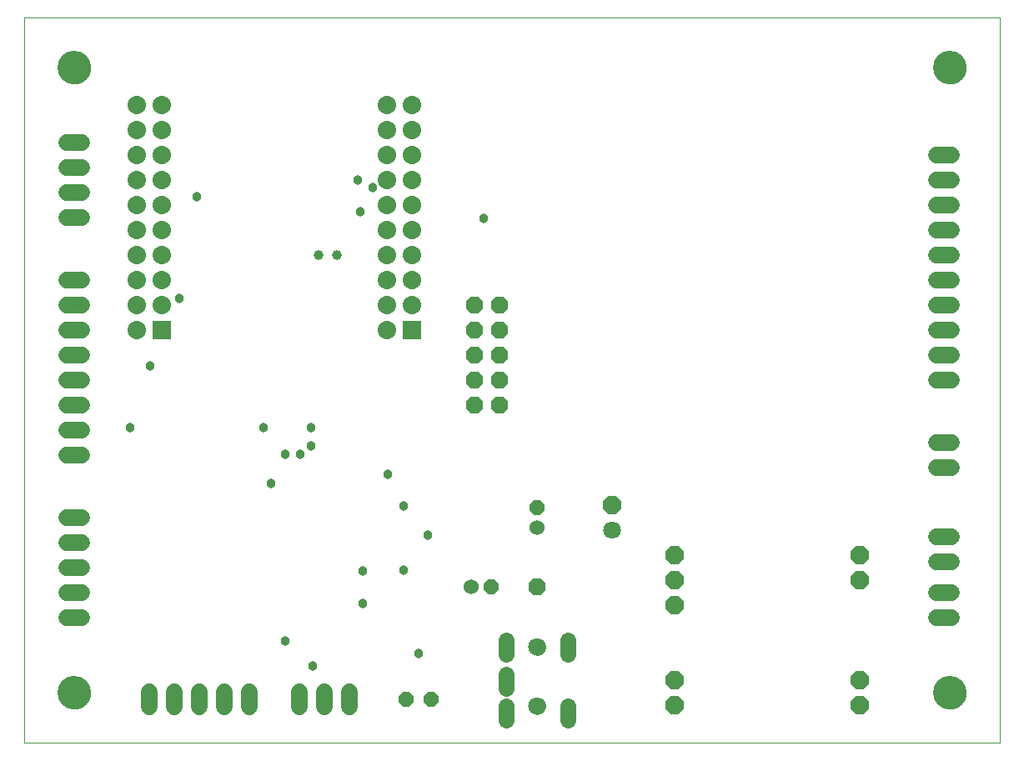
<source format=gbs>
G75*
%MOIN*%
%OFA0B0*%
%FSLAX25Y25*%
%IPPOS*%
%LPD*%
%AMOC8*
5,1,8,0,0,1.08239X$1,22.5*
%
%ADD10C,0.00000*%
%ADD11C,0.06800*%
%ADD12OC8,0.06800*%
%ADD13C,0.06737*%
%ADD14C,0.13398*%
%ADD15OC8,0.07100*%
%ADD16C,0.07100*%
%ADD17OC8,0.06000*%
%ADD18C,0.06000*%
%ADD19OC8,0.07099*%
%ADD20C,0.06400*%
%ADD21C,0.07099*%
%ADD22R,0.07355X0.07355*%
%ADD23C,0.07355*%
%ADD24C,0.03800*%
%ADD25C,0.03900*%
D10*
X0001500Y0001500D02*
X0001500Y0291500D01*
X0391500Y0291500D01*
X0391421Y0001500D01*
X0001500Y0001500D01*
X0015201Y0021500D02*
X0015203Y0021658D01*
X0015209Y0021816D01*
X0015219Y0021974D01*
X0015233Y0022132D01*
X0015251Y0022289D01*
X0015272Y0022446D01*
X0015298Y0022602D01*
X0015328Y0022758D01*
X0015361Y0022913D01*
X0015399Y0023066D01*
X0015440Y0023219D01*
X0015485Y0023371D01*
X0015534Y0023522D01*
X0015587Y0023671D01*
X0015643Y0023819D01*
X0015703Y0023965D01*
X0015767Y0024110D01*
X0015835Y0024253D01*
X0015906Y0024395D01*
X0015980Y0024535D01*
X0016058Y0024672D01*
X0016140Y0024808D01*
X0016224Y0024942D01*
X0016313Y0025073D01*
X0016404Y0025202D01*
X0016499Y0025329D01*
X0016596Y0025454D01*
X0016697Y0025576D01*
X0016801Y0025695D01*
X0016908Y0025812D01*
X0017018Y0025926D01*
X0017131Y0026037D01*
X0017246Y0026146D01*
X0017364Y0026251D01*
X0017485Y0026353D01*
X0017608Y0026453D01*
X0017734Y0026549D01*
X0017862Y0026642D01*
X0017992Y0026732D01*
X0018125Y0026818D01*
X0018260Y0026902D01*
X0018396Y0026981D01*
X0018535Y0027058D01*
X0018676Y0027130D01*
X0018818Y0027200D01*
X0018962Y0027265D01*
X0019108Y0027327D01*
X0019255Y0027385D01*
X0019404Y0027440D01*
X0019554Y0027491D01*
X0019705Y0027538D01*
X0019857Y0027581D01*
X0020010Y0027620D01*
X0020165Y0027656D01*
X0020320Y0027687D01*
X0020476Y0027715D01*
X0020632Y0027739D01*
X0020789Y0027759D01*
X0020947Y0027775D01*
X0021104Y0027787D01*
X0021263Y0027795D01*
X0021421Y0027799D01*
X0021579Y0027799D01*
X0021737Y0027795D01*
X0021896Y0027787D01*
X0022053Y0027775D01*
X0022211Y0027759D01*
X0022368Y0027739D01*
X0022524Y0027715D01*
X0022680Y0027687D01*
X0022835Y0027656D01*
X0022990Y0027620D01*
X0023143Y0027581D01*
X0023295Y0027538D01*
X0023446Y0027491D01*
X0023596Y0027440D01*
X0023745Y0027385D01*
X0023892Y0027327D01*
X0024038Y0027265D01*
X0024182Y0027200D01*
X0024324Y0027130D01*
X0024465Y0027058D01*
X0024604Y0026981D01*
X0024740Y0026902D01*
X0024875Y0026818D01*
X0025008Y0026732D01*
X0025138Y0026642D01*
X0025266Y0026549D01*
X0025392Y0026453D01*
X0025515Y0026353D01*
X0025636Y0026251D01*
X0025754Y0026146D01*
X0025869Y0026037D01*
X0025982Y0025926D01*
X0026092Y0025812D01*
X0026199Y0025695D01*
X0026303Y0025576D01*
X0026404Y0025454D01*
X0026501Y0025329D01*
X0026596Y0025202D01*
X0026687Y0025073D01*
X0026776Y0024942D01*
X0026860Y0024808D01*
X0026942Y0024672D01*
X0027020Y0024535D01*
X0027094Y0024395D01*
X0027165Y0024253D01*
X0027233Y0024110D01*
X0027297Y0023965D01*
X0027357Y0023819D01*
X0027413Y0023671D01*
X0027466Y0023522D01*
X0027515Y0023371D01*
X0027560Y0023219D01*
X0027601Y0023066D01*
X0027639Y0022913D01*
X0027672Y0022758D01*
X0027702Y0022602D01*
X0027728Y0022446D01*
X0027749Y0022289D01*
X0027767Y0022132D01*
X0027781Y0021974D01*
X0027791Y0021816D01*
X0027797Y0021658D01*
X0027799Y0021500D01*
X0027797Y0021342D01*
X0027791Y0021184D01*
X0027781Y0021026D01*
X0027767Y0020868D01*
X0027749Y0020711D01*
X0027728Y0020554D01*
X0027702Y0020398D01*
X0027672Y0020242D01*
X0027639Y0020087D01*
X0027601Y0019934D01*
X0027560Y0019781D01*
X0027515Y0019629D01*
X0027466Y0019478D01*
X0027413Y0019329D01*
X0027357Y0019181D01*
X0027297Y0019035D01*
X0027233Y0018890D01*
X0027165Y0018747D01*
X0027094Y0018605D01*
X0027020Y0018465D01*
X0026942Y0018328D01*
X0026860Y0018192D01*
X0026776Y0018058D01*
X0026687Y0017927D01*
X0026596Y0017798D01*
X0026501Y0017671D01*
X0026404Y0017546D01*
X0026303Y0017424D01*
X0026199Y0017305D01*
X0026092Y0017188D01*
X0025982Y0017074D01*
X0025869Y0016963D01*
X0025754Y0016854D01*
X0025636Y0016749D01*
X0025515Y0016647D01*
X0025392Y0016547D01*
X0025266Y0016451D01*
X0025138Y0016358D01*
X0025008Y0016268D01*
X0024875Y0016182D01*
X0024740Y0016098D01*
X0024604Y0016019D01*
X0024465Y0015942D01*
X0024324Y0015870D01*
X0024182Y0015800D01*
X0024038Y0015735D01*
X0023892Y0015673D01*
X0023745Y0015615D01*
X0023596Y0015560D01*
X0023446Y0015509D01*
X0023295Y0015462D01*
X0023143Y0015419D01*
X0022990Y0015380D01*
X0022835Y0015344D01*
X0022680Y0015313D01*
X0022524Y0015285D01*
X0022368Y0015261D01*
X0022211Y0015241D01*
X0022053Y0015225D01*
X0021896Y0015213D01*
X0021737Y0015205D01*
X0021579Y0015201D01*
X0021421Y0015201D01*
X0021263Y0015205D01*
X0021104Y0015213D01*
X0020947Y0015225D01*
X0020789Y0015241D01*
X0020632Y0015261D01*
X0020476Y0015285D01*
X0020320Y0015313D01*
X0020165Y0015344D01*
X0020010Y0015380D01*
X0019857Y0015419D01*
X0019705Y0015462D01*
X0019554Y0015509D01*
X0019404Y0015560D01*
X0019255Y0015615D01*
X0019108Y0015673D01*
X0018962Y0015735D01*
X0018818Y0015800D01*
X0018676Y0015870D01*
X0018535Y0015942D01*
X0018396Y0016019D01*
X0018260Y0016098D01*
X0018125Y0016182D01*
X0017992Y0016268D01*
X0017862Y0016358D01*
X0017734Y0016451D01*
X0017608Y0016547D01*
X0017485Y0016647D01*
X0017364Y0016749D01*
X0017246Y0016854D01*
X0017131Y0016963D01*
X0017018Y0017074D01*
X0016908Y0017188D01*
X0016801Y0017305D01*
X0016697Y0017424D01*
X0016596Y0017546D01*
X0016499Y0017671D01*
X0016404Y0017798D01*
X0016313Y0017927D01*
X0016224Y0018058D01*
X0016140Y0018192D01*
X0016058Y0018328D01*
X0015980Y0018465D01*
X0015906Y0018605D01*
X0015835Y0018747D01*
X0015767Y0018890D01*
X0015703Y0019035D01*
X0015643Y0019181D01*
X0015587Y0019329D01*
X0015534Y0019478D01*
X0015485Y0019629D01*
X0015440Y0019781D01*
X0015399Y0019934D01*
X0015361Y0020087D01*
X0015328Y0020242D01*
X0015298Y0020398D01*
X0015272Y0020554D01*
X0015251Y0020711D01*
X0015233Y0020868D01*
X0015219Y0021026D01*
X0015209Y0021184D01*
X0015203Y0021342D01*
X0015201Y0021500D01*
X0203350Y0016205D02*
X0203352Y0016317D01*
X0203358Y0016428D01*
X0203368Y0016540D01*
X0203382Y0016651D01*
X0203399Y0016761D01*
X0203421Y0016871D01*
X0203447Y0016980D01*
X0203476Y0017088D01*
X0203509Y0017194D01*
X0203546Y0017300D01*
X0203587Y0017404D01*
X0203632Y0017507D01*
X0203680Y0017608D01*
X0203731Y0017707D01*
X0203786Y0017804D01*
X0203845Y0017899D01*
X0203906Y0017993D01*
X0203971Y0018084D01*
X0204040Y0018172D01*
X0204111Y0018258D01*
X0204185Y0018342D01*
X0204263Y0018422D01*
X0204343Y0018500D01*
X0204426Y0018576D01*
X0204511Y0018648D01*
X0204599Y0018717D01*
X0204689Y0018783D01*
X0204782Y0018845D01*
X0204877Y0018905D01*
X0204974Y0018961D01*
X0205072Y0019013D01*
X0205173Y0019062D01*
X0205275Y0019107D01*
X0205379Y0019149D01*
X0205484Y0019187D01*
X0205591Y0019221D01*
X0205698Y0019251D01*
X0205807Y0019278D01*
X0205916Y0019300D01*
X0206027Y0019319D01*
X0206137Y0019334D01*
X0206249Y0019345D01*
X0206360Y0019352D01*
X0206472Y0019355D01*
X0206584Y0019354D01*
X0206696Y0019349D01*
X0206807Y0019340D01*
X0206918Y0019327D01*
X0207029Y0019310D01*
X0207139Y0019290D01*
X0207248Y0019265D01*
X0207356Y0019237D01*
X0207463Y0019204D01*
X0207569Y0019168D01*
X0207673Y0019128D01*
X0207776Y0019085D01*
X0207878Y0019038D01*
X0207977Y0018987D01*
X0208075Y0018933D01*
X0208171Y0018875D01*
X0208265Y0018814D01*
X0208356Y0018750D01*
X0208445Y0018683D01*
X0208532Y0018612D01*
X0208616Y0018538D01*
X0208698Y0018462D01*
X0208776Y0018382D01*
X0208852Y0018300D01*
X0208925Y0018215D01*
X0208995Y0018128D01*
X0209061Y0018038D01*
X0209125Y0017946D01*
X0209185Y0017852D01*
X0209242Y0017756D01*
X0209295Y0017657D01*
X0209345Y0017557D01*
X0209391Y0017456D01*
X0209434Y0017352D01*
X0209473Y0017247D01*
X0209508Y0017141D01*
X0209539Y0017034D01*
X0209567Y0016925D01*
X0209590Y0016816D01*
X0209610Y0016706D01*
X0209626Y0016595D01*
X0209638Y0016484D01*
X0209646Y0016373D01*
X0209650Y0016261D01*
X0209650Y0016149D01*
X0209646Y0016037D01*
X0209638Y0015926D01*
X0209626Y0015815D01*
X0209610Y0015704D01*
X0209590Y0015594D01*
X0209567Y0015485D01*
X0209539Y0015376D01*
X0209508Y0015269D01*
X0209473Y0015163D01*
X0209434Y0015058D01*
X0209391Y0014954D01*
X0209345Y0014853D01*
X0209295Y0014753D01*
X0209242Y0014654D01*
X0209185Y0014558D01*
X0209125Y0014464D01*
X0209061Y0014372D01*
X0208995Y0014282D01*
X0208925Y0014195D01*
X0208852Y0014110D01*
X0208776Y0014028D01*
X0208698Y0013948D01*
X0208616Y0013872D01*
X0208532Y0013798D01*
X0208445Y0013727D01*
X0208356Y0013660D01*
X0208265Y0013596D01*
X0208171Y0013535D01*
X0208075Y0013477D01*
X0207977Y0013423D01*
X0207878Y0013372D01*
X0207776Y0013325D01*
X0207673Y0013282D01*
X0207569Y0013242D01*
X0207463Y0013206D01*
X0207356Y0013173D01*
X0207248Y0013145D01*
X0207139Y0013120D01*
X0207029Y0013100D01*
X0206918Y0013083D01*
X0206807Y0013070D01*
X0206696Y0013061D01*
X0206584Y0013056D01*
X0206472Y0013055D01*
X0206360Y0013058D01*
X0206249Y0013065D01*
X0206137Y0013076D01*
X0206027Y0013091D01*
X0205916Y0013110D01*
X0205807Y0013132D01*
X0205698Y0013159D01*
X0205591Y0013189D01*
X0205484Y0013223D01*
X0205379Y0013261D01*
X0205275Y0013303D01*
X0205173Y0013348D01*
X0205072Y0013397D01*
X0204974Y0013449D01*
X0204877Y0013505D01*
X0204782Y0013565D01*
X0204689Y0013627D01*
X0204599Y0013693D01*
X0204511Y0013762D01*
X0204426Y0013834D01*
X0204343Y0013910D01*
X0204263Y0013988D01*
X0204185Y0014068D01*
X0204111Y0014152D01*
X0204040Y0014238D01*
X0203971Y0014326D01*
X0203906Y0014417D01*
X0203845Y0014511D01*
X0203786Y0014606D01*
X0203731Y0014703D01*
X0203680Y0014802D01*
X0203632Y0014903D01*
X0203587Y0015006D01*
X0203546Y0015110D01*
X0203509Y0015216D01*
X0203476Y0015322D01*
X0203447Y0015430D01*
X0203421Y0015539D01*
X0203399Y0015649D01*
X0203382Y0015759D01*
X0203368Y0015870D01*
X0203358Y0015982D01*
X0203352Y0016093D01*
X0203350Y0016205D01*
X0203350Y0039827D02*
X0203352Y0039939D01*
X0203358Y0040050D01*
X0203368Y0040162D01*
X0203382Y0040273D01*
X0203399Y0040383D01*
X0203421Y0040493D01*
X0203447Y0040602D01*
X0203476Y0040710D01*
X0203509Y0040816D01*
X0203546Y0040922D01*
X0203587Y0041026D01*
X0203632Y0041129D01*
X0203680Y0041230D01*
X0203731Y0041329D01*
X0203786Y0041426D01*
X0203845Y0041521D01*
X0203906Y0041615D01*
X0203971Y0041706D01*
X0204040Y0041794D01*
X0204111Y0041880D01*
X0204185Y0041964D01*
X0204263Y0042044D01*
X0204343Y0042122D01*
X0204426Y0042198D01*
X0204511Y0042270D01*
X0204599Y0042339D01*
X0204689Y0042405D01*
X0204782Y0042467D01*
X0204877Y0042527D01*
X0204974Y0042583D01*
X0205072Y0042635D01*
X0205173Y0042684D01*
X0205275Y0042729D01*
X0205379Y0042771D01*
X0205484Y0042809D01*
X0205591Y0042843D01*
X0205698Y0042873D01*
X0205807Y0042900D01*
X0205916Y0042922D01*
X0206027Y0042941D01*
X0206137Y0042956D01*
X0206249Y0042967D01*
X0206360Y0042974D01*
X0206472Y0042977D01*
X0206584Y0042976D01*
X0206696Y0042971D01*
X0206807Y0042962D01*
X0206918Y0042949D01*
X0207029Y0042932D01*
X0207139Y0042912D01*
X0207248Y0042887D01*
X0207356Y0042859D01*
X0207463Y0042826D01*
X0207569Y0042790D01*
X0207673Y0042750D01*
X0207776Y0042707D01*
X0207878Y0042660D01*
X0207977Y0042609D01*
X0208075Y0042555D01*
X0208171Y0042497D01*
X0208265Y0042436D01*
X0208356Y0042372D01*
X0208445Y0042305D01*
X0208532Y0042234D01*
X0208616Y0042160D01*
X0208698Y0042084D01*
X0208776Y0042004D01*
X0208852Y0041922D01*
X0208925Y0041837D01*
X0208995Y0041750D01*
X0209061Y0041660D01*
X0209125Y0041568D01*
X0209185Y0041474D01*
X0209242Y0041378D01*
X0209295Y0041279D01*
X0209345Y0041179D01*
X0209391Y0041078D01*
X0209434Y0040974D01*
X0209473Y0040869D01*
X0209508Y0040763D01*
X0209539Y0040656D01*
X0209567Y0040547D01*
X0209590Y0040438D01*
X0209610Y0040328D01*
X0209626Y0040217D01*
X0209638Y0040106D01*
X0209646Y0039995D01*
X0209650Y0039883D01*
X0209650Y0039771D01*
X0209646Y0039659D01*
X0209638Y0039548D01*
X0209626Y0039437D01*
X0209610Y0039326D01*
X0209590Y0039216D01*
X0209567Y0039107D01*
X0209539Y0038998D01*
X0209508Y0038891D01*
X0209473Y0038785D01*
X0209434Y0038680D01*
X0209391Y0038576D01*
X0209345Y0038475D01*
X0209295Y0038375D01*
X0209242Y0038276D01*
X0209185Y0038180D01*
X0209125Y0038086D01*
X0209061Y0037994D01*
X0208995Y0037904D01*
X0208925Y0037817D01*
X0208852Y0037732D01*
X0208776Y0037650D01*
X0208698Y0037570D01*
X0208616Y0037494D01*
X0208532Y0037420D01*
X0208445Y0037349D01*
X0208356Y0037282D01*
X0208265Y0037218D01*
X0208171Y0037157D01*
X0208075Y0037099D01*
X0207977Y0037045D01*
X0207878Y0036994D01*
X0207776Y0036947D01*
X0207673Y0036904D01*
X0207569Y0036864D01*
X0207463Y0036828D01*
X0207356Y0036795D01*
X0207248Y0036767D01*
X0207139Y0036742D01*
X0207029Y0036722D01*
X0206918Y0036705D01*
X0206807Y0036692D01*
X0206696Y0036683D01*
X0206584Y0036678D01*
X0206472Y0036677D01*
X0206360Y0036680D01*
X0206249Y0036687D01*
X0206137Y0036698D01*
X0206027Y0036713D01*
X0205916Y0036732D01*
X0205807Y0036754D01*
X0205698Y0036781D01*
X0205591Y0036811D01*
X0205484Y0036845D01*
X0205379Y0036883D01*
X0205275Y0036925D01*
X0205173Y0036970D01*
X0205072Y0037019D01*
X0204974Y0037071D01*
X0204877Y0037127D01*
X0204782Y0037187D01*
X0204689Y0037249D01*
X0204599Y0037315D01*
X0204511Y0037384D01*
X0204426Y0037456D01*
X0204343Y0037532D01*
X0204263Y0037610D01*
X0204185Y0037690D01*
X0204111Y0037774D01*
X0204040Y0037860D01*
X0203971Y0037948D01*
X0203906Y0038039D01*
X0203845Y0038133D01*
X0203786Y0038228D01*
X0203731Y0038325D01*
X0203680Y0038424D01*
X0203632Y0038525D01*
X0203587Y0038628D01*
X0203546Y0038732D01*
X0203509Y0038838D01*
X0203476Y0038944D01*
X0203447Y0039052D01*
X0203421Y0039161D01*
X0203399Y0039271D01*
X0203382Y0039381D01*
X0203368Y0039492D01*
X0203358Y0039604D01*
X0203352Y0039715D01*
X0203350Y0039827D01*
X0365201Y0021500D02*
X0365203Y0021658D01*
X0365209Y0021816D01*
X0365219Y0021974D01*
X0365233Y0022132D01*
X0365251Y0022289D01*
X0365272Y0022446D01*
X0365298Y0022602D01*
X0365328Y0022758D01*
X0365361Y0022913D01*
X0365399Y0023066D01*
X0365440Y0023219D01*
X0365485Y0023371D01*
X0365534Y0023522D01*
X0365587Y0023671D01*
X0365643Y0023819D01*
X0365703Y0023965D01*
X0365767Y0024110D01*
X0365835Y0024253D01*
X0365906Y0024395D01*
X0365980Y0024535D01*
X0366058Y0024672D01*
X0366140Y0024808D01*
X0366224Y0024942D01*
X0366313Y0025073D01*
X0366404Y0025202D01*
X0366499Y0025329D01*
X0366596Y0025454D01*
X0366697Y0025576D01*
X0366801Y0025695D01*
X0366908Y0025812D01*
X0367018Y0025926D01*
X0367131Y0026037D01*
X0367246Y0026146D01*
X0367364Y0026251D01*
X0367485Y0026353D01*
X0367608Y0026453D01*
X0367734Y0026549D01*
X0367862Y0026642D01*
X0367992Y0026732D01*
X0368125Y0026818D01*
X0368260Y0026902D01*
X0368396Y0026981D01*
X0368535Y0027058D01*
X0368676Y0027130D01*
X0368818Y0027200D01*
X0368962Y0027265D01*
X0369108Y0027327D01*
X0369255Y0027385D01*
X0369404Y0027440D01*
X0369554Y0027491D01*
X0369705Y0027538D01*
X0369857Y0027581D01*
X0370010Y0027620D01*
X0370165Y0027656D01*
X0370320Y0027687D01*
X0370476Y0027715D01*
X0370632Y0027739D01*
X0370789Y0027759D01*
X0370947Y0027775D01*
X0371104Y0027787D01*
X0371263Y0027795D01*
X0371421Y0027799D01*
X0371579Y0027799D01*
X0371737Y0027795D01*
X0371896Y0027787D01*
X0372053Y0027775D01*
X0372211Y0027759D01*
X0372368Y0027739D01*
X0372524Y0027715D01*
X0372680Y0027687D01*
X0372835Y0027656D01*
X0372990Y0027620D01*
X0373143Y0027581D01*
X0373295Y0027538D01*
X0373446Y0027491D01*
X0373596Y0027440D01*
X0373745Y0027385D01*
X0373892Y0027327D01*
X0374038Y0027265D01*
X0374182Y0027200D01*
X0374324Y0027130D01*
X0374465Y0027058D01*
X0374604Y0026981D01*
X0374740Y0026902D01*
X0374875Y0026818D01*
X0375008Y0026732D01*
X0375138Y0026642D01*
X0375266Y0026549D01*
X0375392Y0026453D01*
X0375515Y0026353D01*
X0375636Y0026251D01*
X0375754Y0026146D01*
X0375869Y0026037D01*
X0375982Y0025926D01*
X0376092Y0025812D01*
X0376199Y0025695D01*
X0376303Y0025576D01*
X0376404Y0025454D01*
X0376501Y0025329D01*
X0376596Y0025202D01*
X0376687Y0025073D01*
X0376776Y0024942D01*
X0376860Y0024808D01*
X0376942Y0024672D01*
X0377020Y0024535D01*
X0377094Y0024395D01*
X0377165Y0024253D01*
X0377233Y0024110D01*
X0377297Y0023965D01*
X0377357Y0023819D01*
X0377413Y0023671D01*
X0377466Y0023522D01*
X0377515Y0023371D01*
X0377560Y0023219D01*
X0377601Y0023066D01*
X0377639Y0022913D01*
X0377672Y0022758D01*
X0377702Y0022602D01*
X0377728Y0022446D01*
X0377749Y0022289D01*
X0377767Y0022132D01*
X0377781Y0021974D01*
X0377791Y0021816D01*
X0377797Y0021658D01*
X0377799Y0021500D01*
X0377797Y0021342D01*
X0377791Y0021184D01*
X0377781Y0021026D01*
X0377767Y0020868D01*
X0377749Y0020711D01*
X0377728Y0020554D01*
X0377702Y0020398D01*
X0377672Y0020242D01*
X0377639Y0020087D01*
X0377601Y0019934D01*
X0377560Y0019781D01*
X0377515Y0019629D01*
X0377466Y0019478D01*
X0377413Y0019329D01*
X0377357Y0019181D01*
X0377297Y0019035D01*
X0377233Y0018890D01*
X0377165Y0018747D01*
X0377094Y0018605D01*
X0377020Y0018465D01*
X0376942Y0018328D01*
X0376860Y0018192D01*
X0376776Y0018058D01*
X0376687Y0017927D01*
X0376596Y0017798D01*
X0376501Y0017671D01*
X0376404Y0017546D01*
X0376303Y0017424D01*
X0376199Y0017305D01*
X0376092Y0017188D01*
X0375982Y0017074D01*
X0375869Y0016963D01*
X0375754Y0016854D01*
X0375636Y0016749D01*
X0375515Y0016647D01*
X0375392Y0016547D01*
X0375266Y0016451D01*
X0375138Y0016358D01*
X0375008Y0016268D01*
X0374875Y0016182D01*
X0374740Y0016098D01*
X0374604Y0016019D01*
X0374465Y0015942D01*
X0374324Y0015870D01*
X0374182Y0015800D01*
X0374038Y0015735D01*
X0373892Y0015673D01*
X0373745Y0015615D01*
X0373596Y0015560D01*
X0373446Y0015509D01*
X0373295Y0015462D01*
X0373143Y0015419D01*
X0372990Y0015380D01*
X0372835Y0015344D01*
X0372680Y0015313D01*
X0372524Y0015285D01*
X0372368Y0015261D01*
X0372211Y0015241D01*
X0372053Y0015225D01*
X0371896Y0015213D01*
X0371737Y0015205D01*
X0371579Y0015201D01*
X0371421Y0015201D01*
X0371263Y0015205D01*
X0371104Y0015213D01*
X0370947Y0015225D01*
X0370789Y0015241D01*
X0370632Y0015261D01*
X0370476Y0015285D01*
X0370320Y0015313D01*
X0370165Y0015344D01*
X0370010Y0015380D01*
X0369857Y0015419D01*
X0369705Y0015462D01*
X0369554Y0015509D01*
X0369404Y0015560D01*
X0369255Y0015615D01*
X0369108Y0015673D01*
X0368962Y0015735D01*
X0368818Y0015800D01*
X0368676Y0015870D01*
X0368535Y0015942D01*
X0368396Y0016019D01*
X0368260Y0016098D01*
X0368125Y0016182D01*
X0367992Y0016268D01*
X0367862Y0016358D01*
X0367734Y0016451D01*
X0367608Y0016547D01*
X0367485Y0016647D01*
X0367364Y0016749D01*
X0367246Y0016854D01*
X0367131Y0016963D01*
X0367018Y0017074D01*
X0366908Y0017188D01*
X0366801Y0017305D01*
X0366697Y0017424D01*
X0366596Y0017546D01*
X0366499Y0017671D01*
X0366404Y0017798D01*
X0366313Y0017927D01*
X0366224Y0018058D01*
X0366140Y0018192D01*
X0366058Y0018328D01*
X0365980Y0018465D01*
X0365906Y0018605D01*
X0365835Y0018747D01*
X0365767Y0018890D01*
X0365703Y0019035D01*
X0365643Y0019181D01*
X0365587Y0019329D01*
X0365534Y0019478D01*
X0365485Y0019629D01*
X0365440Y0019781D01*
X0365399Y0019934D01*
X0365361Y0020087D01*
X0365328Y0020242D01*
X0365298Y0020398D01*
X0365272Y0020554D01*
X0365251Y0020711D01*
X0365233Y0020868D01*
X0365219Y0021026D01*
X0365209Y0021184D01*
X0365203Y0021342D01*
X0365201Y0021500D01*
X0365201Y0271500D02*
X0365203Y0271658D01*
X0365209Y0271816D01*
X0365219Y0271974D01*
X0365233Y0272132D01*
X0365251Y0272289D01*
X0365272Y0272446D01*
X0365298Y0272602D01*
X0365328Y0272758D01*
X0365361Y0272913D01*
X0365399Y0273066D01*
X0365440Y0273219D01*
X0365485Y0273371D01*
X0365534Y0273522D01*
X0365587Y0273671D01*
X0365643Y0273819D01*
X0365703Y0273965D01*
X0365767Y0274110D01*
X0365835Y0274253D01*
X0365906Y0274395D01*
X0365980Y0274535D01*
X0366058Y0274672D01*
X0366140Y0274808D01*
X0366224Y0274942D01*
X0366313Y0275073D01*
X0366404Y0275202D01*
X0366499Y0275329D01*
X0366596Y0275454D01*
X0366697Y0275576D01*
X0366801Y0275695D01*
X0366908Y0275812D01*
X0367018Y0275926D01*
X0367131Y0276037D01*
X0367246Y0276146D01*
X0367364Y0276251D01*
X0367485Y0276353D01*
X0367608Y0276453D01*
X0367734Y0276549D01*
X0367862Y0276642D01*
X0367992Y0276732D01*
X0368125Y0276818D01*
X0368260Y0276902D01*
X0368396Y0276981D01*
X0368535Y0277058D01*
X0368676Y0277130D01*
X0368818Y0277200D01*
X0368962Y0277265D01*
X0369108Y0277327D01*
X0369255Y0277385D01*
X0369404Y0277440D01*
X0369554Y0277491D01*
X0369705Y0277538D01*
X0369857Y0277581D01*
X0370010Y0277620D01*
X0370165Y0277656D01*
X0370320Y0277687D01*
X0370476Y0277715D01*
X0370632Y0277739D01*
X0370789Y0277759D01*
X0370947Y0277775D01*
X0371104Y0277787D01*
X0371263Y0277795D01*
X0371421Y0277799D01*
X0371579Y0277799D01*
X0371737Y0277795D01*
X0371896Y0277787D01*
X0372053Y0277775D01*
X0372211Y0277759D01*
X0372368Y0277739D01*
X0372524Y0277715D01*
X0372680Y0277687D01*
X0372835Y0277656D01*
X0372990Y0277620D01*
X0373143Y0277581D01*
X0373295Y0277538D01*
X0373446Y0277491D01*
X0373596Y0277440D01*
X0373745Y0277385D01*
X0373892Y0277327D01*
X0374038Y0277265D01*
X0374182Y0277200D01*
X0374324Y0277130D01*
X0374465Y0277058D01*
X0374604Y0276981D01*
X0374740Y0276902D01*
X0374875Y0276818D01*
X0375008Y0276732D01*
X0375138Y0276642D01*
X0375266Y0276549D01*
X0375392Y0276453D01*
X0375515Y0276353D01*
X0375636Y0276251D01*
X0375754Y0276146D01*
X0375869Y0276037D01*
X0375982Y0275926D01*
X0376092Y0275812D01*
X0376199Y0275695D01*
X0376303Y0275576D01*
X0376404Y0275454D01*
X0376501Y0275329D01*
X0376596Y0275202D01*
X0376687Y0275073D01*
X0376776Y0274942D01*
X0376860Y0274808D01*
X0376942Y0274672D01*
X0377020Y0274535D01*
X0377094Y0274395D01*
X0377165Y0274253D01*
X0377233Y0274110D01*
X0377297Y0273965D01*
X0377357Y0273819D01*
X0377413Y0273671D01*
X0377466Y0273522D01*
X0377515Y0273371D01*
X0377560Y0273219D01*
X0377601Y0273066D01*
X0377639Y0272913D01*
X0377672Y0272758D01*
X0377702Y0272602D01*
X0377728Y0272446D01*
X0377749Y0272289D01*
X0377767Y0272132D01*
X0377781Y0271974D01*
X0377791Y0271816D01*
X0377797Y0271658D01*
X0377799Y0271500D01*
X0377797Y0271342D01*
X0377791Y0271184D01*
X0377781Y0271026D01*
X0377767Y0270868D01*
X0377749Y0270711D01*
X0377728Y0270554D01*
X0377702Y0270398D01*
X0377672Y0270242D01*
X0377639Y0270087D01*
X0377601Y0269934D01*
X0377560Y0269781D01*
X0377515Y0269629D01*
X0377466Y0269478D01*
X0377413Y0269329D01*
X0377357Y0269181D01*
X0377297Y0269035D01*
X0377233Y0268890D01*
X0377165Y0268747D01*
X0377094Y0268605D01*
X0377020Y0268465D01*
X0376942Y0268328D01*
X0376860Y0268192D01*
X0376776Y0268058D01*
X0376687Y0267927D01*
X0376596Y0267798D01*
X0376501Y0267671D01*
X0376404Y0267546D01*
X0376303Y0267424D01*
X0376199Y0267305D01*
X0376092Y0267188D01*
X0375982Y0267074D01*
X0375869Y0266963D01*
X0375754Y0266854D01*
X0375636Y0266749D01*
X0375515Y0266647D01*
X0375392Y0266547D01*
X0375266Y0266451D01*
X0375138Y0266358D01*
X0375008Y0266268D01*
X0374875Y0266182D01*
X0374740Y0266098D01*
X0374604Y0266019D01*
X0374465Y0265942D01*
X0374324Y0265870D01*
X0374182Y0265800D01*
X0374038Y0265735D01*
X0373892Y0265673D01*
X0373745Y0265615D01*
X0373596Y0265560D01*
X0373446Y0265509D01*
X0373295Y0265462D01*
X0373143Y0265419D01*
X0372990Y0265380D01*
X0372835Y0265344D01*
X0372680Y0265313D01*
X0372524Y0265285D01*
X0372368Y0265261D01*
X0372211Y0265241D01*
X0372053Y0265225D01*
X0371896Y0265213D01*
X0371737Y0265205D01*
X0371579Y0265201D01*
X0371421Y0265201D01*
X0371263Y0265205D01*
X0371104Y0265213D01*
X0370947Y0265225D01*
X0370789Y0265241D01*
X0370632Y0265261D01*
X0370476Y0265285D01*
X0370320Y0265313D01*
X0370165Y0265344D01*
X0370010Y0265380D01*
X0369857Y0265419D01*
X0369705Y0265462D01*
X0369554Y0265509D01*
X0369404Y0265560D01*
X0369255Y0265615D01*
X0369108Y0265673D01*
X0368962Y0265735D01*
X0368818Y0265800D01*
X0368676Y0265870D01*
X0368535Y0265942D01*
X0368396Y0266019D01*
X0368260Y0266098D01*
X0368125Y0266182D01*
X0367992Y0266268D01*
X0367862Y0266358D01*
X0367734Y0266451D01*
X0367608Y0266547D01*
X0367485Y0266647D01*
X0367364Y0266749D01*
X0367246Y0266854D01*
X0367131Y0266963D01*
X0367018Y0267074D01*
X0366908Y0267188D01*
X0366801Y0267305D01*
X0366697Y0267424D01*
X0366596Y0267546D01*
X0366499Y0267671D01*
X0366404Y0267798D01*
X0366313Y0267927D01*
X0366224Y0268058D01*
X0366140Y0268192D01*
X0366058Y0268328D01*
X0365980Y0268465D01*
X0365906Y0268605D01*
X0365835Y0268747D01*
X0365767Y0268890D01*
X0365703Y0269035D01*
X0365643Y0269181D01*
X0365587Y0269329D01*
X0365534Y0269478D01*
X0365485Y0269629D01*
X0365440Y0269781D01*
X0365399Y0269934D01*
X0365361Y0270087D01*
X0365328Y0270242D01*
X0365298Y0270398D01*
X0365272Y0270554D01*
X0365251Y0270711D01*
X0365233Y0270868D01*
X0365219Y0271026D01*
X0365209Y0271184D01*
X0365203Y0271342D01*
X0365201Y0271500D01*
X0015201Y0271500D02*
X0015203Y0271658D01*
X0015209Y0271816D01*
X0015219Y0271974D01*
X0015233Y0272132D01*
X0015251Y0272289D01*
X0015272Y0272446D01*
X0015298Y0272602D01*
X0015328Y0272758D01*
X0015361Y0272913D01*
X0015399Y0273066D01*
X0015440Y0273219D01*
X0015485Y0273371D01*
X0015534Y0273522D01*
X0015587Y0273671D01*
X0015643Y0273819D01*
X0015703Y0273965D01*
X0015767Y0274110D01*
X0015835Y0274253D01*
X0015906Y0274395D01*
X0015980Y0274535D01*
X0016058Y0274672D01*
X0016140Y0274808D01*
X0016224Y0274942D01*
X0016313Y0275073D01*
X0016404Y0275202D01*
X0016499Y0275329D01*
X0016596Y0275454D01*
X0016697Y0275576D01*
X0016801Y0275695D01*
X0016908Y0275812D01*
X0017018Y0275926D01*
X0017131Y0276037D01*
X0017246Y0276146D01*
X0017364Y0276251D01*
X0017485Y0276353D01*
X0017608Y0276453D01*
X0017734Y0276549D01*
X0017862Y0276642D01*
X0017992Y0276732D01*
X0018125Y0276818D01*
X0018260Y0276902D01*
X0018396Y0276981D01*
X0018535Y0277058D01*
X0018676Y0277130D01*
X0018818Y0277200D01*
X0018962Y0277265D01*
X0019108Y0277327D01*
X0019255Y0277385D01*
X0019404Y0277440D01*
X0019554Y0277491D01*
X0019705Y0277538D01*
X0019857Y0277581D01*
X0020010Y0277620D01*
X0020165Y0277656D01*
X0020320Y0277687D01*
X0020476Y0277715D01*
X0020632Y0277739D01*
X0020789Y0277759D01*
X0020947Y0277775D01*
X0021104Y0277787D01*
X0021263Y0277795D01*
X0021421Y0277799D01*
X0021579Y0277799D01*
X0021737Y0277795D01*
X0021896Y0277787D01*
X0022053Y0277775D01*
X0022211Y0277759D01*
X0022368Y0277739D01*
X0022524Y0277715D01*
X0022680Y0277687D01*
X0022835Y0277656D01*
X0022990Y0277620D01*
X0023143Y0277581D01*
X0023295Y0277538D01*
X0023446Y0277491D01*
X0023596Y0277440D01*
X0023745Y0277385D01*
X0023892Y0277327D01*
X0024038Y0277265D01*
X0024182Y0277200D01*
X0024324Y0277130D01*
X0024465Y0277058D01*
X0024604Y0276981D01*
X0024740Y0276902D01*
X0024875Y0276818D01*
X0025008Y0276732D01*
X0025138Y0276642D01*
X0025266Y0276549D01*
X0025392Y0276453D01*
X0025515Y0276353D01*
X0025636Y0276251D01*
X0025754Y0276146D01*
X0025869Y0276037D01*
X0025982Y0275926D01*
X0026092Y0275812D01*
X0026199Y0275695D01*
X0026303Y0275576D01*
X0026404Y0275454D01*
X0026501Y0275329D01*
X0026596Y0275202D01*
X0026687Y0275073D01*
X0026776Y0274942D01*
X0026860Y0274808D01*
X0026942Y0274672D01*
X0027020Y0274535D01*
X0027094Y0274395D01*
X0027165Y0274253D01*
X0027233Y0274110D01*
X0027297Y0273965D01*
X0027357Y0273819D01*
X0027413Y0273671D01*
X0027466Y0273522D01*
X0027515Y0273371D01*
X0027560Y0273219D01*
X0027601Y0273066D01*
X0027639Y0272913D01*
X0027672Y0272758D01*
X0027702Y0272602D01*
X0027728Y0272446D01*
X0027749Y0272289D01*
X0027767Y0272132D01*
X0027781Y0271974D01*
X0027791Y0271816D01*
X0027797Y0271658D01*
X0027799Y0271500D01*
X0027797Y0271342D01*
X0027791Y0271184D01*
X0027781Y0271026D01*
X0027767Y0270868D01*
X0027749Y0270711D01*
X0027728Y0270554D01*
X0027702Y0270398D01*
X0027672Y0270242D01*
X0027639Y0270087D01*
X0027601Y0269934D01*
X0027560Y0269781D01*
X0027515Y0269629D01*
X0027466Y0269478D01*
X0027413Y0269329D01*
X0027357Y0269181D01*
X0027297Y0269035D01*
X0027233Y0268890D01*
X0027165Y0268747D01*
X0027094Y0268605D01*
X0027020Y0268465D01*
X0026942Y0268328D01*
X0026860Y0268192D01*
X0026776Y0268058D01*
X0026687Y0267927D01*
X0026596Y0267798D01*
X0026501Y0267671D01*
X0026404Y0267546D01*
X0026303Y0267424D01*
X0026199Y0267305D01*
X0026092Y0267188D01*
X0025982Y0267074D01*
X0025869Y0266963D01*
X0025754Y0266854D01*
X0025636Y0266749D01*
X0025515Y0266647D01*
X0025392Y0266547D01*
X0025266Y0266451D01*
X0025138Y0266358D01*
X0025008Y0266268D01*
X0024875Y0266182D01*
X0024740Y0266098D01*
X0024604Y0266019D01*
X0024465Y0265942D01*
X0024324Y0265870D01*
X0024182Y0265800D01*
X0024038Y0265735D01*
X0023892Y0265673D01*
X0023745Y0265615D01*
X0023596Y0265560D01*
X0023446Y0265509D01*
X0023295Y0265462D01*
X0023143Y0265419D01*
X0022990Y0265380D01*
X0022835Y0265344D01*
X0022680Y0265313D01*
X0022524Y0265285D01*
X0022368Y0265261D01*
X0022211Y0265241D01*
X0022053Y0265225D01*
X0021896Y0265213D01*
X0021737Y0265205D01*
X0021579Y0265201D01*
X0021421Y0265201D01*
X0021263Y0265205D01*
X0021104Y0265213D01*
X0020947Y0265225D01*
X0020789Y0265241D01*
X0020632Y0265261D01*
X0020476Y0265285D01*
X0020320Y0265313D01*
X0020165Y0265344D01*
X0020010Y0265380D01*
X0019857Y0265419D01*
X0019705Y0265462D01*
X0019554Y0265509D01*
X0019404Y0265560D01*
X0019255Y0265615D01*
X0019108Y0265673D01*
X0018962Y0265735D01*
X0018818Y0265800D01*
X0018676Y0265870D01*
X0018535Y0265942D01*
X0018396Y0266019D01*
X0018260Y0266098D01*
X0018125Y0266182D01*
X0017992Y0266268D01*
X0017862Y0266358D01*
X0017734Y0266451D01*
X0017608Y0266547D01*
X0017485Y0266647D01*
X0017364Y0266749D01*
X0017246Y0266854D01*
X0017131Y0266963D01*
X0017018Y0267074D01*
X0016908Y0267188D01*
X0016801Y0267305D01*
X0016697Y0267424D01*
X0016596Y0267546D01*
X0016499Y0267671D01*
X0016404Y0267798D01*
X0016313Y0267927D01*
X0016224Y0268058D01*
X0016140Y0268192D01*
X0016058Y0268328D01*
X0015980Y0268465D01*
X0015906Y0268605D01*
X0015835Y0268747D01*
X0015767Y0268890D01*
X0015703Y0269035D01*
X0015643Y0269181D01*
X0015587Y0269329D01*
X0015534Y0269478D01*
X0015485Y0269629D01*
X0015440Y0269781D01*
X0015399Y0269934D01*
X0015361Y0270087D01*
X0015328Y0270242D01*
X0015298Y0270398D01*
X0015272Y0270554D01*
X0015251Y0270711D01*
X0015233Y0270868D01*
X0015219Y0271026D01*
X0015209Y0271184D01*
X0015203Y0271342D01*
X0015201Y0271500D01*
D11*
X0018500Y0241500D02*
X0024500Y0241500D01*
X0024500Y0231500D02*
X0018500Y0231500D01*
X0018500Y0221500D02*
X0024500Y0221500D01*
X0024500Y0211500D02*
X0018500Y0211500D01*
X0018500Y0186500D02*
X0024500Y0186500D01*
X0024500Y0176500D02*
X0018500Y0176500D01*
X0018500Y0166500D02*
X0024500Y0166500D01*
X0024500Y0156500D02*
X0018500Y0156500D01*
X0018500Y0146500D02*
X0024500Y0146500D01*
X0024500Y0136500D02*
X0018500Y0136500D01*
X0018500Y0126500D02*
X0024500Y0126500D01*
X0024500Y0116500D02*
X0018500Y0116500D01*
X0018500Y0091500D02*
X0024500Y0091500D01*
X0024500Y0081500D02*
X0018500Y0081500D01*
X0018500Y0071500D02*
X0024500Y0071500D01*
X0024500Y0061500D02*
X0018500Y0061500D01*
X0018500Y0051500D02*
X0024500Y0051500D01*
X0051500Y0022000D02*
X0051500Y0016000D01*
X0061500Y0016000D02*
X0061500Y0022000D01*
X0071500Y0022000D02*
X0071500Y0016000D01*
X0081500Y0016000D02*
X0081500Y0022000D01*
X0091500Y0022000D02*
X0091500Y0016000D01*
X0111500Y0016000D02*
X0111500Y0022000D01*
X0121500Y0022000D02*
X0121500Y0016000D01*
X0131500Y0016000D02*
X0131500Y0022000D01*
X0366000Y0146500D02*
X0372000Y0146500D01*
X0372000Y0156500D02*
X0366000Y0156500D01*
X0366000Y0166500D02*
X0372000Y0166500D01*
X0372000Y0176500D02*
X0366000Y0176500D01*
X0366000Y0186500D02*
X0372000Y0186500D01*
X0372000Y0196500D02*
X0366000Y0196500D01*
X0366000Y0206500D02*
X0372000Y0206500D01*
X0372000Y0216500D02*
X0366000Y0216500D01*
X0366000Y0226500D02*
X0372000Y0226500D01*
X0372000Y0236500D02*
X0366000Y0236500D01*
D12*
X0191500Y0176500D03*
X0181500Y0176500D03*
X0181500Y0166500D03*
X0191500Y0166500D03*
X0191500Y0156500D03*
X0181500Y0156500D03*
X0181500Y0146500D03*
X0191500Y0146500D03*
X0191500Y0136500D03*
X0181500Y0136500D03*
X0206500Y0064000D03*
D13*
X0366031Y0061500D02*
X0371969Y0061500D01*
X0371969Y0051500D02*
X0366031Y0051500D01*
X0366031Y0074000D02*
X0371969Y0074000D01*
X0371969Y0084000D02*
X0366031Y0084000D01*
X0366031Y0111500D02*
X0371969Y0111500D01*
X0371969Y0121500D02*
X0366031Y0121500D01*
D14*
X0371500Y0021500D03*
X0371500Y0271500D03*
X0021500Y0271500D03*
X0021500Y0021500D03*
D15*
X0236500Y0096500D03*
D16*
X0236500Y0086500D03*
D17*
X0206500Y0095500D03*
X0188000Y0064000D03*
X0164000Y0019000D03*
X0154000Y0019000D03*
D18*
X0180000Y0064000D03*
X0206500Y0087500D03*
D19*
X0261500Y0076500D03*
X0261500Y0066500D03*
X0261500Y0056500D03*
X0261500Y0026500D03*
X0261500Y0016500D03*
X0335250Y0016500D03*
X0335250Y0026500D03*
X0335250Y0066500D03*
X0335250Y0076500D03*
D20*
X0218902Y0042627D02*
X0218902Y0037027D01*
X0194098Y0037027D02*
X0194098Y0042627D01*
X0194098Y0028847D02*
X0194098Y0023247D01*
X0194098Y0016249D02*
X0194098Y0010649D01*
X0218902Y0010649D02*
X0218902Y0016249D01*
D21*
X0206500Y0016205D03*
X0206500Y0039827D03*
D22*
X0156500Y0166500D03*
X0056500Y0166500D03*
D23*
X0046500Y0166500D03*
X0046500Y0176500D03*
X0046500Y0186500D03*
X0056500Y0186500D03*
X0056500Y0176500D03*
X0056500Y0196500D03*
X0056500Y0206500D03*
X0056500Y0216500D03*
X0046500Y0216500D03*
X0046500Y0206500D03*
X0046500Y0196500D03*
X0046500Y0226500D03*
X0046500Y0236500D03*
X0056500Y0236500D03*
X0056500Y0226500D03*
X0056500Y0246500D03*
X0056500Y0256500D03*
X0046500Y0256500D03*
X0046500Y0246500D03*
X0146500Y0246500D03*
X0156500Y0246500D03*
X0156500Y0256500D03*
X0146500Y0256500D03*
X0146500Y0236500D03*
X0156500Y0236500D03*
X0156500Y0226500D03*
X0146500Y0226500D03*
X0146500Y0216500D03*
X0156500Y0216500D03*
X0156500Y0206500D03*
X0146500Y0206500D03*
X0146500Y0196500D03*
X0156500Y0196500D03*
X0156500Y0186500D03*
X0146500Y0186500D03*
X0146500Y0176500D03*
X0156500Y0176500D03*
X0146500Y0166500D03*
D24*
X0116165Y0127720D03*
X0116165Y0120339D03*
X0111736Y0116894D03*
X0105831Y0116894D03*
X0099925Y0105083D03*
X0096972Y0127720D03*
X0051697Y0152327D03*
X0043823Y0127720D03*
X0063508Y0179394D03*
X0070398Y0219748D03*
X0134866Y0226638D03*
X0140772Y0223685D03*
X0135850Y0213843D03*
X0185063Y0211382D03*
X0146677Y0109020D03*
X0153075Y0096224D03*
X0162730Y0084522D03*
X0153075Y0070634D03*
X0136835Y0070142D03*
X0136795Y0057386D03*
X0158980Y0037169D03*
X0116657Y0032248D03*
X0105831Y0042091D03*
D25*
X0119000Y0196500D03*
X0126500Y0196500D03*
M02*

</source>
